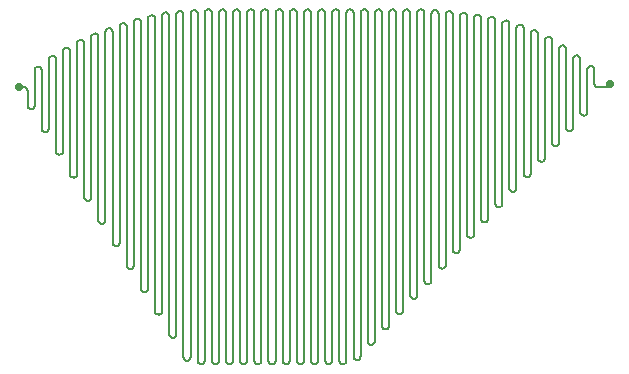
<source format=gbr>
G04 #@! TF.GenerationSoftware,KiCad,Pcbnew,(5.1.5)-3*
G04 #@! TF.CreationDate,2021-10-24T21:58:38+02:00*
G04 #@! TF.ProjectId,seg2,73656732-2e6b-4696-9361-645f70636258,1*
G04 #@! TF.SameCoordinates,Original*
G04 #@! TF.FileFunction,Copper,L1,Top*
G04 #@! TF.FilePolarity,Positive*
%FSLAX46Y46*%
G04 Gerber Fmt 4.6, Leading zero omitted, Abs format (unit mm)*
G04 Created by KiCad (PCBNEW (5.1.5)-3) date 2021-10-24 21:58:38*
%MOMM*%
%LPD*%
G04 APERTURE LIST*
%ADD10C,0.700000*%
%ADD11C,0.152400*%
G04 APERTURE END LIST*
D10*
X166610047Y-78062990D03*
X116546222Y-78318961D03*
D11*
X166601561Y-78071476D02*
X166610047Y-78062990D01*
X166354076Y-78318961D02*
X166601561Y-78071476D01*
X165556239Y-78318961D02*
X166354076Y-78318961D01*
X165489482Y-78311440D02*
X165556239Y-78318961D01*
X165426073Y-78289252D02*
X165489482Y-78311440D01*
X165369192Y-78253511D02*
X165426073Y-78289252D01*
X165321689Y-78206008D02*
X165369192Y-78253511D01*
X165285948Y-78149127D02*
X165321689Y-78206008D01*
X165263760Y-78085718D02*
X165285948Y-78149127D01*
X165256239Y-78018961D02*
X165263760Y-78085718D01*
X165256239Y-76818961D02*
X165256239Y-78018961D01*
X165248717Y-76752205D02*
X165256239Y-76818961D01*
X165226529Y-76688796D02*
X165248717Y-76752205D01*
X165190788Y-76631915D02*
X165226529Y-76688796D01*
X165143285Y-76584412D02*
X165190788Y-76631915D01*
X165086404Y-76548671D02*
X165143285Y-76584412D01*
X165022995Y-76526483D02*
X165086404Y-76548671D01*
X164956239Y-76518961D02*
X165022995Y-76526483D01*
X164889482Y-76526483D02*
X164956239Y-76518961D01*
X164826073Y-76548671D02*
X164889482Y-76526483D01*
X164769192Y-76584412D02*
X164826073Y-76548671D01*
X164721689Y-76631915D02*
X164769192Y-76584412D01*
X164685948Y-76688796D02*
X164721689Y-76631915D01*
X164663760Y-76752205D02*
X164685948Y-76688796D01*
X164656239Y-76818961D02*
X164663760Y-76752205D01*
X164656239Y-80418961D02*
X164656239Y-76818961D01*
X164648717Y-80485717D02*
X164656239Y-80418961D01*
X164626529Y-80549126D02*
X164648717Y-80485717D01*
X164590788Y-80606007D02*
X164626529Y-80549126D01*
X164543285Y-80653510D02*
X164590788Y-80606007D01*
X164486404Y-80689251D02*
X164543285Y-80653510D01*
X164422995Y-80711439D02*
X164486404Y-80689251D01*
X164356239Y-80718961D02*
X164422995Y-80711439D01*
X164289482Y-80711439D02*
X164356239Y-80718961D01*
X164226073Y-80689251D02*
X164289482Y-80711439D01*
X164169192Y-80653510D02*
X164226073Y-80689251D01*
X164121689Y-80606007D02*
X164169192Y-80653510D01*
X164085948Y-80549126D02*
X164121689Y-80606007D01*
X164063760Y-80485717D02*
X164085948Y-80549126D01*
X164056239Y-80418961D02*
X164063760Y-80485717D01*
X164056239Y-75918961D02*
X164056239Y-80418961D01*
X164048717Y-75852205D02*
X164056239Y-75918961D01*
X164026529Y-75788796D02*
X164048717Y-75852205D01*
X163990788Y-75731915D02*
X164026529Y-75788796D01*
X163943285Y-75684412D02*
X163990788Y-75731915D01*
X163886404Y-75648671D02*
X163943285Y-75684412D01*
X163822995Y-75626483D02*
X163886404Y-75648671D01*
X163756239Y-75618961D02*
X163822995Y-75626483D01*
X163689482Y-75626483D02*
X163756239Y-75618961D01*
X163626073Y-75648671D02*
X163689482Y-75626483D01*
X163569192Y-75684412D02*
X163626073Y-75648671D01*
X163521689Y-75731915D02*
X163569192Y-75684412D01*
X163485948Y-75788796D02*
X163521689Y-75731915D01*
X163463760Y-75852205D02*
X163485948Y-75788796D01*
X163456239Y-75918961D02*
X163463760Y-75852205D01*
X163456239Y-81718961D02*
X163456239Y-75918961D01*
X163448717Y-81785717D02*
X163456239Y-81718961D01*
X163426529Y-81849126D02*
X163448717Y-81785717D01*
X163390788Y-81906007D02*
X163426529Y-81849126D01*
X163343285Y-81953510D02*
X163390788Y-81906007D01*
X163286404Y-81989251D02*
X163343285Y-81953510D01*
X163222995Y-82011439D02*
X163286404Y-81989251D01*
X163156239Y-82018961D02*
X163222995Y-82011439D01*
X163089482Y-82011439D02*
X163156239Y-82018961D01*
X163026073Y-81989251D02*
X163089482Y-82011439D01*
X162969192Y-81953510D02*
X163026073Y-81989251D01*
X162921689Y-81906007D02*
X162969192Y-81953510D01*
X162885948Y-81849126D02*
X162921689Y-81906007D01*
X162863760Y-81785717D02*
X162885948Y-81849126D01*
X162856239Y-81718961D02*
X162863760Y-81785717D01*
X162856239Y-75068961D02*
X162856239Y-81718961D01*
X162848717Y-75002205D02*
X162856239Y-75068961D01*
X162826529Y-74938796D02*
X162848717Y-75002205D01*
X162790788Y-74881915D02*
X162826529Y-74938796D01*
X162743285Y-74834412D02*
X162790788Y-74881915D01*
X162686404Y-74798671D02*
X162743285Y-74834412D01*
X162622995Y-74776483D02*
X162686404Y-74798671D01*
X162556239Y-74768961D02*
X162622995Y-74776483D01*
X162489482Y-74776483D02*
X162556239Y-74768961D01*
X162426073Y-74798671D02*
X162489482Y-74776483D01*
X162369192Y-74834412D02*
X162426073Y-74798671D01*
X162321689Y-74881915D02*
X162369192Y-74834412D01*
X162285948Y-74938796D02*
X162321689Y-74881915D01*
X162263760Y-75002205D02*
X162285948Y-74938796D01*
X162256239Y-75068961D02*
X162263760Y-75002205D01*
X162256239Y-83018961D02*
X162256239Y-75068961D01*
X162248717Y-83085717D02*
X162256239Y-83018961D01*
X162226529Y-83149126D02*
X162248717Y-83085717D01*
X162190788Y-83206007D02*
X162226529Y-83149126D01*
X162143285Y-83253510D02*
X162190788Y-83206007D01*
X162086404Y-83289251D02*
X162143285Y-83253510D01*
X162022995Y-83311439D02*
X162086404Y-83289251D01*
X161956239Y-83318961D02*
X162022995Y-83311439D01*
X161889482Y-83311439D02*
X161956239Y-83318961D01*
X161826073Y-83289251D02*
X161889482Y-83311439D01*
X161769192Y-83253510D02*
X161826073Y-83289251D01*
X161721689Y-83206007D02*
X161769192Y-83253510D01*
X161685948Y-83149126D02*
X161721689Y-83206007D01*
X161663760Y-83085717D02*
X161685948Y-83149126D01*
X161656239Y-83018961D02*
X161663760Y-83085717D01*
X161656239Y-74368961D02*
X161656239Y-83018961D01*
X161648717Y-74302205D02*
X161656239Y-74368961D01*
X161626529Y-74238796D02*
X161648717Y-74302205D01*
X161590788Y-74181915D02*
X161626529Y-74238796D01*
X161543285Y-74134412D02*
X161590788Y-74181915D01*
X161486404Y-74098671D02*
X161543285Y-74134412D01*
X161422995Y-74076483D02*
X161486404Y-74098671D01*
X161356239Y-74068961D02*
X161422995Y-74076483D01*
X161289482Y-74076483D02*
X161356239Y-74068961D01*
X161226073Y-74098671D02*
X161289482Y-74076483D01*
X161169192Y-74134412D02*
X161226073Y-74098671D01*
X161121689Y-74181915D02*
X161169192Y-74134412D01*
X161085948Y-74238796D02*
X161121689Y-74181915D01*
X161063760Y-74302205D02*
X161085948Y-74238796D01*
X161056239Y-74368961D02*
X161063760Y-74302205D01*
X161056239Y-84318961D02*
X161056239Y-74368961D01*
X161048717Y-84385717D02*
X161056239Y-84318961D01*
X161026529Y-84449126D02*
X161048717Y-84385717D01*
X160990788Y-84506007D02*
X161026529Y-84449126D01*
X160943285Y-84553510D02*
X160990788Y-84506007D01*
X160886404Y-84589251D02*
X160943285Y-84553510D01*
X160822995Y-84611439D02*
X160886404Y-84589251D01*
X160756239Y-84618961D02*
X160822995Y-84611439D01*
X160689482Y-84611439D02*
X160756239Y-84618961D01*
X160626073Y-84589251D02*
X160689482Y-84611439D01*
X160569192Y-84553510D02*
X160626073Y-84589251D01*
X160521689Y-84506007D02*
X160569192Y-84553510D01*
X160485948Y-84449126D02*
X160521689Y-84506007D01*
X160463760Y-84385717D02*
X160485948Y-84449126D01*
X160456239Y-84318961D02*
X160463760Y-84385717D01*
X160456239Y-73768961D02*
X160456239Y-84318961D01*
X160448717Y-73702205D02*
X160456239Y-73768961D01*
X160426529Y-73638796D02*
X160448717Y-73702205D01*
X160390788Y-73581915D02*
X160426529Y-73638796D01*
X160343285Y-73534412D02*
X160390788Y-73581915D01*
X160286404Y-73498671D02*
X160343285Y-73534412D01*
X160222995Y-73476483D02*
X160286404Y-73498671D01*
X160156239Y-73468961D02*
X160222995Y-73476483D01*
X160089482Y-73476483D02*
X160156239Y-73468961D01*
X160026073Y-73498671D02*
X160089482Y-73476483D01*
X159969192Y-73534412D02*
X160026073Y-73498671D01*
X159921689Y-73581915D02*
X159969192Y-73534412D01*
X159885948Y-73638796D02*
X159921689Y-73581915D01*
X159863760Y-73702205D02*
X159885948Y-73638796D01*
X159856239Y-73768961D02*
X159863760Y-73702205D01*
X159856239Y-85618961D02*
X159856239Y-73768961D01*
X159848717Y-85685717D02*
X159856239Y-85618961D01*
X159826529Y-85749126D02*
X159848717Y-85685717D01*
X159790788Y-85806007D02*
X159826529Y-85749126D01*
X159743285Y-85853510D02*
X159790788Y-85806007D01*
X159686404Y-85889251D02*
X159743285Y-85853510D01*
X159622995Y-85911439D02*
X159686404Y-85889251D01*
X159556239Y-85918961D02*
X159622995Y-85911439D01*
X159489482Y-85911439D02*
X159556239Y-85918961D01*
X159426073Y-85889251D02*
X159489482Y-85911439D01*
X159369192Y-85853510D02*
X159426073Y-85889251D01*
X159321689Y-85806007D02*
X159369192Y-85853510D01*
X159285948Y-85749126D02*
X159321689Y-85806007D01*
X159263760Y-85685717D02*
X159285948Y-85749126D01*
X159256239Y-85618961D02*
X159263760Y-85685717D01*
X159256239Y-73318961D02*
X159256239Y-85618961D01*
X159248717Y-73252205D02*
X159256239Y-73318961D01*
X159226529Y-73188796D02*
X159248717Y-73252205D01*
X159190788Y-73131915D02*
X159226529Y-73188796D01*
X159143285Y-73084412D02*
X159190788Y-73131915D01*
X159086404Y-73048671D02*
X159143285Y-73084412D01*
X159022995Y-73026483D02*
X159086404Y-73048671D01*
X158956239Y-73018961D02*
X159022995Y-73026483D01*
X158889482Y-73026483D02*
X158956239Y-73018961D01*
X158826073Y-73048671D02*
X158889482Y-73026483D01*
X158769192Y-73084412D02*
X158826073Y-73048671D01*
X158721689Y-73131915D02*
X158769192Y-73084412D01*
X158685948Y-73188796D02*
X158721689Y-73131915D01*
X158663760Y-73252205D02*
X158685948Y-73188796D01*
X158656239Y-73318961D02*
X158663760Y-73252205D01*
X158656239Y-86868961D02*
X158656239Y-73318961D01*
X158648717Y-86935717D02*
X158656239Y-86868961D01*
X158626529Y-86999126D02*
X158648717Y-86935717D01*
X158590788Y-87056007D02*
X158626529Y-86999126D01*
X158543285Y-87103510D02*
X158590788Y-87056007D01*
X158486404Y-87139251D02*
X158543285Y-87103510D01*
X158422995Y-87161439D02*
X158486404Y-87139251D01*
X158356239Y-87168961D02*
X158422995Y-87161439D01*
X158289482Y-87161439D02*
X158356239Y-87168961D01*
X158226073Y-87139251D02*
X158289482Y-87161439D01*
X158169192Y-87103510D02*
X158226073Y-87139251D01*
X158121689Y-87056007D02*
X158169192Y-87103510D01*
X158085948Y-86999126D02*
X158121689Y-87056007D01*
X158063760Y-86935717D02*
X158085948Y-86999126D01*
X158056239Y-86868961D02*
X158063760Y-86935717D01*
X158056239Y-72968961D02*
X158056239Y-86868961D01*
X158048717Y-72902205D02*
X158056239Y-72968961D01*
X158026529Y-72838796D02*
X158048717Y-72902205D01*
X157990788Y-72781915D02*
X158026529Y-72838796D01*
X157943285Y-72734412D02*
X157990788Y-72781915D01*
X157886404Y-72698671D02*
X157943285Y-72734412D01*
X157822995Y-72676483D02*
X157886404Y-72698671D01*
X157756239Y-72668961D02*
X157822995Y-72676483D01*
X157689482Y-72676483D02*
X157756239Y-72668961D01*
X157626073Y-72698671D02*
X157689482Y-72676483D01*
X157569192Y-72734412D02*
X157626073Y-72698671D01*
X157521689Y-72781915D02*
X157569192Y-72734412D01*
X157485948Y-72838796D02*
X157521689Y-72781915D01*
X157463760Y-72902205D02*
X157485948Y-72838796D01*
X157456239Y-72968961D02*
X157463760Y-72902205D01*
X157456239Y-88168961D02*
X157456239Y-72968961D01*
X157448717Y-88235717D02*
X157456239Y-88168961D01*
X157426529Y-88299126D02*
X157448717Y-88235717D01*
X157390788Y-88356007D02*
X157426529Y-88299126D01*
X157343285Y-88403510D02*
X157390788Y-88356007D01*
X157286404Y-88439251D02*
X157343285Y-88403510D01*
X157222995Y-88461439D02*
X157286404Y-88439251D01*
X157156239Y-88468961D02*
X157222995Y-88461439D01*
X157089482Y-88461439D02*
X157156239Y-88468961D01*
X157026073Y-88439251D02*
X157089482Y-88461439D01*
X156969192Y-88403510D02*
X157026073Y-88439251D01*
X156921689Y-88356007D02*
X156969192Y-88403510D01*
X156885948Y-88299126D02*
X156921689Y-88356007D01*
X156863760Y-88235717D02*
X156885948Y-88299126D01*
X156856239Y-88168961D02*
X156863760Y-88235717D01*
X156856239Y-72668961D02*
X156856239Y-88168961D01*
X156848717Y-72602205D02*
X156856239Y-72668961D01*
X156826529Y-72538796D02*
X156848717Y-72602205D01*
X156790788Y-72481915D02*
X156826529Y-72538796D01*
X156743285Y-72434412D02*
X156790788Y-72481915D01*
X156686404Y-72398671D02*
X156743285Y-72434412D01*
X156622995Y-72376483D02*
X156686404Y-72398671D01*
X156556239Y-72368961D02*
X156622995Y-72376483D01*
X156489482Y-72376483D02*
X156556239Y-72368961D01*
X156426073Y-72398671D02*
X156489482Y-72376483D01*
X156369192Y-72434412D02*
X156426073Y-72398671D01*
X156321689Y-72481915D02*
X156369192Y-72434412D01*
X156285948Y-72538796D02*
X156321689Y-72481915D01*
X156263760Y-72602205D02*
X156285948Y-72538796D01*
X156256239Y-72668961D02*
X156263760Y-72602205D01*
X156256239Y-89468961D02*
X156256239Y-72668961D01*
X156248717Y-89535717D02*
X156256239Y-89468961D01*
X156226529Y-89599126D02*
X156248717Y-89535717D01*
X156190788Y-89656007D02*
X156226529Y-89599126D01*
X156143285Y-89703510D02*
X156190788Y-89656007D01*
X156086404Y-89739251D02*
X156143285Y-89703510D01*
X156022995Y-89761439D02*
X156086404Y-89739251D01*
X155956239Y-89768961D02*
X156022995Y-89761439D01*
X155889482Y-89761439D02*
X155956239Y-89768961D01*
X155826073Y-89739251D02*
X155889482Y-89761439D01*
X155769192Y-89703510D02*
X155826073Y-89739251D01*
X155721689Y-89656007D02*
X155769192Y-89703510D01*
X155685948Y-89599126D02*
X155721689Y-89656007D01*
X155663760Y-89535717D02*
X155685948Y-89599126D01*
X155656239Y-89468961D02*
X155663760Y-89535717D01*
X155656239Y-72468961D02*
X155656239Y-89468961D01*
X155648717Y-72402205D02*
X155656239Y-72468961D01*
X155626529Y-72338796D02*
X155648717Y-72402205D01*
X155590788Y-72281915D02*
X155626529Y-72338796D01*
X155543285Y-72234412D02*
X155590788Y-72281915D01*
X155486404Y-72198671D02*
X155543285Y-72234412D01*
X155422995Y-72176483D02*
X155486404Y-72198671D01*
X155356239Y-72168961D02*
X155422995Y-72176483D01*
X155289482Y-72176483D02*
X155356239Y-72168961D01*
X155226073Y-72198671D02*
X155289482Y-72176483D01*
X155169192Y-72234412D02*
X155226073Y-72198671D01*
X155121689Y-72281915D02*
X155169192Y-72234412D01*
X155085948Y-72338796D02*
X155121689Y-72281915D01*
X155063760Y-72402205D02*
X155085948Y-72338796D01*
X155056239Y-72468961D02*
X155063760Y-72402205D01*
X155056239Y-90768961D02*
X155056239Y-72468961D01*
X155048717Y-90835717D02*
X155056239Y-90768961D01*
X155026529Y-90899126D02*
X155048717Y-90835717D01*
X154990788Y-90956007D02*
X155026529Y-90899126D01*
X154943285Y-91003510D02*
X154990788Y-90956007D01*
X154886404Y-91039251D02*
X154943285Y-91003510D01*
X154822995Y-91061439D02*
X154886404Y-91039251D01*
X154756239Y-91068961D02*
X154822995Y-91061439D01*
X154689482Y-91061439D02*
X154756239Y-91068961D01*
X154626073Y-91039251D02*
X154689482Y-91061439D01*
X154569192Y-91003510D02*
X154626073Y-91039251D01*
X154521689Y-90956007D02*
X154569192Y-91003510D01*
X154485948Y-90899126D02*
X154521689Y-90956007D01*
X154463760Y-90835717D02*
X154485948Y-90899126D01*
X154456239Y-90768961D02*
X154463760Y-90835717D01*
X154456239Y-72318961D02*
X154456239Y-90768961D01*
X154448717Y-72252205D02*
X154456239Y-72318961D01*
X154426529Y-72188796D02*
X154448717Y-72252205D01*
X154390788Y-72131915D02*
X154426529Y-72188796D01*
X154343285Y-72084412D02*
X154390788Y-72131915D01*
X154286404Y-72048671D02*
X154343285Y-72084412D01*
X154222995Y-72026483D02*
X154286404Y-72048671D01*
X154156239Y-72018961D02*
X154222995Y-72026483D01*
X154089482Y-72026483D02*
X154156239Y-72018961D01*
X154026073Y-72048671D02*
X154089482Y-72026483D01*
X153969192Y-72084412D02*
X154026073Y-72048671D01*
X153921689Y-72131915D02*
X153969192Y-72084412D01*
X153885948Y-72188796D02*
X153921689Y-72131915D01*
X153863760Y-72252205D02*
X153885948Y-72188796D01*
X153856239Y-72318961D02*
X153863760Y-72252205D01*
X153856239Y-92068961D02*
X153856239Y-72318961D01*
X153848717Y-92135717D02*
X153856239Y-92068961D01*
X153826529Y-92199126D02*
X153848717Y-92135717D01*
X153790788Y-92256007D02*
X153826529Y-92199126D01*
X153743285Y-92303510D02*
X153790788Y-92256007D01*
X153686404Y-92339251D02*
X153743285Y-92303510D01*
X153622995Y-92361439D02*
X153686404Y-92339251D01*
X153556239Y-92368961D02*
X153622995Y-92361439D01*
X153489482Y-92361439D02*
X153556239Y-92368961D01*
X153426073Y-92339251D02*
X153489482Y-92361439D01*
X153369192Y-92303510D02*
X153426073Y-92339251D01*
X153321689Y-92256007D02*
X153369192Y-92303510D01*
X153285948Y-92199126D02*
X153321689Y-92256007D01*
X153263760Y-92135717D02*
X153285948Y-92199126D01*
X153256239Y-92068961D02*
X153263760Y-92135717D01*
X153256239Y-72168961D02*
X153256239Y-92068961D01*
X153248717Y-72102205D02*
X153256239Y-72168961D01*
X153226529Y-72038796D02*
X153248717Y-72102205D01*
X153190788Y-71981915D02*
X153226529Y-72038796D01*
X153143285Y-71934412D02*
X153190788Y-71981915D01*
X153086404Y-71898671D02*
X153143285Y-71934412D01*
X153022995Y-71876483D02*
X153086404Y-71898671D01*
X152956239Y-71868961D02*
X153022995Y-71876483D01*
X152889482Y-71876483D02*
X152956239Y-71868961D01*
X152826073Y-71898671D02*
X152889482Y-71876483D01*
X152769192Y-71934412D02*
X152826073Y-71898671D01*
X152721689Y-71981915D02*
X152769192Y-71934412D01*
X152685948Y-72038796D02*
X152721689Y-71981915D01*
X152663760Y-72102205D02*
X152685948Y-72038796D01*
X152656239Y-72168961D02*
X152663760Y-72102205D01*
X152656239Y-93368961D02*
X152656239Y-72168961D01*
X152648717Y-93435717D02*
X152656239Y-93368961D01*
X152626529Y-93499126D02*
X152648717Y-93435717D01*
X152590788Y-93556007D02*
X152626529Y-93499126D01*
X152543285Y-93603510D02*
X152590788Y-93556007D01*
X152486404Y-93639251D02*
X152543285Y-93603510D01*
X152422995Y-93661439D02*
X152486404Y-93639251D01*
X152356239Y-93668961D02*
X152422995Y-93661439D01*
X152289482Y-93661439D02*
X152356239Y-93668961D01*
X152226073Y-93639251D02*
X152289482Y-93661439D01*
X152169192Y-93603510D02*
X152226073Y-93639251D01*
X152121689Y-93556007D02*
X152169192Y-93603510D01*
X152085948Y-93499126D02*
X152121689Y-93556007D01*
X152063760Y-93435717D02*
X152085948Y-93499126D01*
X152056239Y-93368961D02*
X152063760Y-93435717D01*
X152056239Y-72068961D02*
X152056239Y-93368961D01*
X152048717Y-72002205D02*
X152056239Y-72068961D01*
X152026529Y-71938796D02*
X152048717Y-72002205D01*
X151990788Y-71881915D02*
X152026529Y-71938796D01*
X151943285Y-71834412D02*
X151990788Y-71881915D01*
X151886404Y-71798671D02*
X151943285Y-71834412D01*
X151822995Y-71776483D02*
X151886404Y-71798671D01*
X151756239Y-71768961D02*
X151822995Y-71776483D01*
X151689482Y-71776483D02*
X151756239Y-71768961D01*
X151626073Y-71798671D02*
X151689482Y-71776483D01*
X151569192Y-71834412D02*
X151626073Y-71798671D01*
X151521689Y-71881915D02*
X151569192Y-71834412D01*
X151485948Y-71938796D02*
X151521689Y-71881915D01*
X151463760Y-72002205D02*
X151485948Y-71938796D01*
X151456239Y-72068961D02*
X151463760Y-72002205D01*
X151456239Y-94668961D02*
X151456239Y-72068961D01*
X151448717Y-94735717D02*
X151456239Y-94668961D01*
X151426529Y-94799126D02*
X151448717Y-94735717D01*
X151390788Y-94856007D02*
X151426529Y-94799126D01*
X151343285Y-94903510D02*
X151390788Y-94856007D01*
X151286404Y-94939251D02*
X151343285Y-94903510D01*
X151222995Y-94961439D02*
X151286404Y-94939251D01*
X151156239Y-94968961D02*
X151222995Y-94961439D01*
X151089482Y-94961439D02*
X151156239Y-94968961D01*
X151026073Y-94939251D02*
X151089482Y-94961439D01*
X150969192Y-94903510D02*
X151026073Y-94939251D01*
X150921689Y-94856007D02*
X150969192Y-94903510D01*
X150885948Y-94799126D02*
X150921689Y-94856007D01*
X150863760Y-94735717D02*
X150885948Y-94799126D01*
X150856239Y-94668961D02*
X150863760Y-94735717D01*
X150856239Y-72018961D02*
X150856239Y-94668961D01*
X150848717Y-71952205D02*
X150856239Y-72018961D01*
X150826529Y-71888796D02*
X150848717Y-71952205D01*
X150790788Y-71831915D02*
X150826529Y-71888796D01*
X150743285Y-71784412D02*
X150790788Y-71831915D01*
X150686404Y-71748671D02*
X150743285Y-71784412D01*
X150622995Y-71726483D02*
X150686404Y-71748671D01*
X150556239Y-71718961D02*
X150622995Y-71726483D01*
X150489482Y-71726483D02*
X150556239Y-71718961D01*
X150426073Y-71748671D02*
X150489482Y-71726483D01*
X150369192Y-71784412D02*
X150426073Y-71748671D01*
X150321689Y-71831915D02*
X150369192Y-71784412D01*
X150285948Y-71888796D02*
X150321689Y-71831915D01*
X150263760Y-71952205D02*
X150285948Y-71888796D01*
X150256239Y-72018961D02*
X150263760Y-71952205D01*
X150256239Y-95918961D02*
X150256239Y-72018961D01*
X150248717Y-95985717D02*
X150256239Y-95918961D01*
X150226529Y-96049126D02*
X150248717Y-95985717D01*
X150190788Y-96106007D02*
X150226529Y-96049126D01*
X150143285Y-96153510D02*
X150190788Y-96106007D01*
X150086404Y-96189251D02*
X150143285Y-96153510D01*
X150022995Y-96211439D02*
X150086404Y-96189251D01*
X149956239Y-96218961D02*
X150022995Y-96211439D01*
X149889482Y-96211439D02*
X149956239Y-96218961D01*
X149826073Y-96189251D02*
X149889482Y-96211439D01*
X149769192Y-96153510D02*
X149826073Y-96189251D01*
X133286404Y-101739251D02*
X133343285Y-101703510D01*
X133156239Y-101768961D02*
X133222995Y-101761439D01*
X133089482Y-101761439D02*
X133156239Y-101768961D01*
X133026073Y-101739251D02*
X133089482Y-101761439D01*
X132969192Y-101703510D02*
X133026073Y-101739251D01*
X132921689Y-101656007D02*
X132969192Y-101703510D01*
X132863760Y-101535717D02*
X132885948Y-101599126D01*
X132856239Y-72018961D02*
X132856239Y-101468961D01*
X132826529Y-71888796D02*
X132848717Y-71952205D01*
X132790788Y-71831915D02*
X132826529Y-71888796D01*
X132686404Y-71748671D02*
X132743285Y-71784412D01*
X132622995Y-71726483D02*
X132686404Y-71748671D01*
X132489482Y-71726483D02*
X132556239Y-71718961D01*
X120369192Y-75034412D02*
X120426073Y-74998671D01*
X132426073Y-71748671D02*
X132489482Y-71726483D01*
X132369192Y-71784412D02*
X132426073Y-71748671D01*
X132285948Y-71888796D02*
X132321689Y-71831915D01*
X132263760Y-71952205D02*
X132285948Y-71888796D01*
X132248717Y-101535717D02*
X132256239Y-101468961D01*
X132190788Y-101656007D02*
X132226529Y-101599126D01*
X132086404Y-101739251D02*
X132143285Y-101703510D01*
X132022995Y-101761439D02*
X132086404Y-101739251D01*
X131956239Y-101768961D02*
X132022995Y-101761439D01*
X131889482Y-101761439D02*
X131956239Y-101768961D01*
X131826073Y-101739251D02*
X131889482Y-101761439D01*
X131769192Y-101703510D02*
X131826073Y-101739251D01*
X131721689Y-101656007D02*
X131769192Y-101703510D01*
X120321689Y-75081915D02*
X120369192Y-75034412D01*
X131685948Y-101599126D02*
X131721689Y-101656007D01*
X131663760Y-101535717D02*
X131685948Y-101599126D01*
X131656239Y-101468961D02*
X131663760Y-101535717D01*
X131590788Y-71881915D02*
X131626529Y-71938796D01*
X131422995Y-71776483D02*
X131486404Y-71798671D01*
X131356239Y-71768961D02*
X131422995Y-71776483D01*
X131289482Y-71776483D02*
X131356239Y-71768961D01*
X131121689Y-71881915D02*
X131169192Y-71834412D01*
X131085948Y-71938796D02*
X131121689Y-71881915D01*
X131063760Y-72002205D02*
X131085948Y-71938796D01*
X131056239Y-101168961D02*
X131056239Y-72068961D01*
X131048717Y-101235717D02*
X131056239Y-101168961D01*
X130990788Y-101356007D02*
X131026529Y-101299126D01*
X130943285Y-101403510D02*
X130990788Y-101356007D01*
X130886404Y-101439251D02*
X130943285Y-101403510D01*
X130689482Y-101461439D02*
X130756239Y-101468961D01*
X130626073Y-101439251D02*
X130689482Y-101461439D01*
X130569192Y-101403510D02*
X130626073Y-101439251D01*
X130485948Y-101299126D02*
X130521689Y-101356007D01*
X130463760Y-101235717D02*
X130485948Y-101299126D01*
X130448717Y-72102205D02*
X130456239Y-72168961D01*
X130426529Y-72038796D02*
X130448717Y-72102205D01*
X130390788Y-71981915D02*
X130426529Y-72038796D01*
X130343285Y-71934412D02*
X130390788Y-71981915D01*
X130222995Y-71876483D02*
X130286404Y-71898671D01*
X130156239Y-71868961D02*
X130222995Y-71876483D01*
X130089482Y-71876483D02*
X130156239Y-71868961D01*
X130026073Y-71898671D02*
X130089482Y-71876483D01*
X129921689Y-71981915D02*
X129969192Y-71934412D01*
X129885948Y-72038796D02*
X129921689Y-71981915D01*
X129856239Y-72168961D02*
X129863760Y-72102205D01*
X129848717Y-99285717D02*
X129856239Y-99218961D01*
X129826529Y-99349126D02*
X129848717Y-99285717D01*
X129743285Y-99453510D02*
X129790788Y-99406007D01*
X129686404Y-99489251D02*
X129743285Y-99453510D01*
X129622995Y-99511439D02*
X129686404Y-99489251D01*
X129489482Y-99511439D02*
X129556239Y-99518961D01*
X129321689Y-99406007D02*
X129369192Y-99453510D01*
X129285948Y-99349126D02*
X129321689Y-99406007D01*
X129263760Y-99285717D02*
X129285948Y-99349126D01*
X129248717Y-72202205D02*
X129256239Y-72268961D01*
X129190788Y-72081915D02*
X129226529Y-72138796D01*
X129143285Y-72034412D02*
X129190788Y-72081915D01*
X129022995Y-71976483D02*
X129086404Y-71998671D01*
X128826073Y-71998671D02*
X128889482Y-71976483D01*
X128721689Y-72081915D02*
X128769192Y-72034412D01*
X128663760Y-72202205D02*
X128685948Y-72138796D01*
X128656239Y-72268961D02*
X128663760Y-72202205D01*
X128656239Y-97268961D02*
X128656239Y-72268961D01*
X128648717Y-97335717D02*
X128656239Y-97268961D01*
X128626529Y-97399126D02*
X128648717Y-97335717D01*
X128543285Y-97503510D02*
X128590788Y-97456007D01*
X128486404Y-97539251D02*
X128543285Y-97503510D01*
X128422995Y-97561439D02*
X128486404Y-97539251D01*
X128356239Y-97568961D02*
X128422995Y-97561439D01*
X128289482Y-97561439D02*
X128356239Y-97568961D01*
X128226073Y-97539251D02*
X128289482Y-97561439D01*
X128169192Y-97503510D02*
X128226073Y-97539251D01*
X128121689Y-97456007D02*
X128169192Y-97503510D01*
X128085948Y-97399126D02*
X128121689Y-97456007D01*
X128063760Y-97335717D02*
X128085948Y-97399126D01*
X128056239Y-97268961D02*
X128063760Y-97335717D01*
X128056239Y-72518961D02*
X128056239Y-97268961D01*
X128048717Y-72452205D02*
X128056239Y-72518961D01*
X128026529Y-72388796D02*
X128048717Y-72452205D01*
X127990788Y-72331915D02*
X128026529Y-72388796D01*
X127943285Y-72284412D02*
X127990788Y-72331915D01*
X127886404Y-72248671D02*
X127943285Y-72284412D01*
X127822995Y-72226483D02*
X127886404Y-72248671D01*
X127756239Y-72218961D02*
X127822995Y-72226483D01*
X127689482Y-72226483D02*
X127756239Y-72218961D01*
X127626073Y-72248671D02*
X127689482Y-72226483D01*
X127569192Y-72284412D02*
X127626073Y-72248671D01*
X127521689Y-72331915D02*
X127569192Y-72284412D01*
X127485948Y-72388796D02*
X127521689Y-72331915D01*
X127463760Y-72452205D02*
X127485948Y-72388796D01*
X127456239Y-72518961D02*
X127463760Y-72452205D01*
X127456239Y-95368961D02*
X127456239Y-72518961D01*
X127448717Y-95435717D02*
X127456239Y-95368961D01*
X127426529Y-95499126D02*
X127448717Y-95435717D01*
X127286404Y-95639251D02*
X127343285Y-95603510D01*
X127222995Y-95661439D02*
X127286404Y-95639251D01*
X127156239Y-95668961D02*
X127222995Y-95661439D01*
X127026073Y-95639251D02*
X127089482Y-95661439D01*
X126969192Y-95603510D02*
X127026073Y-95639251D01*
X126921689Y-95556007D02*
X126969192Y-95603510D01*
X126885948Y-95499126D02*
X126921689Y-95556007D01*
X126863760Y-95435717D02*
X126885948Y-95499126D01*
X126856239Y-95368961D02*
X126863760Y-95435717D01*
X126856239Y-72818961D02*
X126856239Y-95368961D01*
X126848717Y-72752205D02*
X126856239Y-72818961D01*
X126826529Y-72688796D02*
X126848717Y-72752205D01*
X126790788Y-72631915D02*
X126826529Y-72688796D01*
X126686404Y-72548671D02*
X126743285Y-72584412D01*
X126622995Y-72526483D02*
X126686404Y-72548671D01*
X126556239Y-72518961D02*
X126622995Y-72526483D01*
X126489482Y-72526483D02*
X126556239Y-72518961D01*
X126426073Y-72548671D02*
X126489482Y-72526483D01*
X126369192Y-72584412D02*
X126426073Y-72548671D01*
X126321689Y-72631915D02*
X126369192Y-72584412D01*
X126285948Y-72688796D02*
X126321689Y-72631915D01*
X126263760Y-72752205D02*
X126285948Y-72688796D01*
X126256239Y-72818961D02*
X126263760Y-72752205D01*
X126256239Y-93418961D02*
X126256239Y-72818961D01*
X126248717Y-93485717D02*
X126256239Y-93418961D01*
X126226529Y-93549126D02*
X126248717Y-93485717D01*
X126190788Y-93606007D02*
X126226529Y-93549126D01*
X126143285Y-93653510D02*
X126190788Y-93606007D01*
X126086404Y-93689251D02*
X126143285Y-93653510D01*
X126022995Y-93711439D02*
X126086404Y-93689251D01*
X125956239Y-93718961D02*
X126022995Y-93711439D01*
X125889482Y-93711439D02*
X125956239Y-93718961D01*
X125826073Y-93689251D02*
X125889482Y-93711439D01*
X125769192Y-93653510D02*
X125826073Y-93689251D01*
X125721689Y-93606007D02*
X125769192Y-93653510D01*
X125685948Y-93549126D02*
X125721689Y-93606007D01*
X125656239Y-93418961D02*
X125663760Y-93485717D01*
X125656239Y-73168961D02*
X125656239Y-93418961D01*
X125648717Y-73102205D02*
X125656239Y-73168961D01*
X125626529Y-73038796D02*
X125648717Y-73102205D01*
X125590788Y-72981915D02*
X125626529Y-73038796D01*
X125543285Y-72934412D02*
X125590788Y-72981915D01*
X125486404Y-72898671D02*
X125543285Y-72934412D01*
X125422995Y-72876483D02*
X125486404Y-72898671D01*
X125356239Y-72868961D02*
X125422995Y-72876483D01*
X125289482Y-72876483D02*
X125356239Y-72868961D01*
X125226073Y-72898671D02*
X125289482Y-72876483D01*
X125169192Y-72934412D02*
X125226073Y-72898671D01*
X125121689Y-72981915D02*
X125169192Y-72934412D01*
X125085948Y-73038796D02*
X125121689Y-72981915D01*
X125063760Y-73102205D02*
X125085948Y-73038796D01*
X125056239Y-73168961D02*
X125063760Y-73102205D01*
X125056239Y-91468961D02*
X125056239Y-73168961D01*
X125048717Y-91535717D02*
X125056239Y-91468961D01*
X125026529Y-91599126D02*
X125048717Y-91535717D01*
X124990788Y-91656007D02*
X125026529Y-91599126D01*
X124943285Y-91703510D02*
X124990788Y-91656007D01*
X120826529Y-75138796D02*
X120848717Y-75202205D01*
X130286404Y-71898671D02*
X130343285Y-71934412D01*
X120489482Y-74976483D02*
X120556239Y-74968961D01*
X132256239Y-101468961D02*
X132256239Y-72018961D01*
X147256239Y-72018961D02*
X147256239Y-98518961D01*
X128956239Y-71968961D02*
X129022995Y-71976483D01*
X143663760Y-101535717D02*
X143685948Y-101599126D01*
X120969192Y-85903510D02*
X121026073Y-85939251D01*
X131226073Y-71798671D02*
X131289482Y-71776483D01*
X147263760Y-98585717D02*
X147285948Y-98649126D01*
X131026529Y-101299126D02*
X131048717Y-101235717D01*
X146721689Y-71831915D02*
X146769192Y-71784412D01*
X122056239Y-87618961D02*
X122063760Y-87685717D01*
X132143285Y-101703510D02*
X132190788Y-101656007D01*
X148485948Y-97349126D02*
X148521689Y-97406007D01*
X131056239Y-72068961D02*
X131063760Y-72002205D01*
X147190788Y-71831915D02*
X147226529Y-71888796D01*
X122889482Y-73776483D02*
X122956239Y-73768961D01*
X133222995Y-101761439D02*
X133286404Y-101739251D01*
X146085948Y-99949126D02*
X146121689Y-100006007D01*
X121485948Y-74488796D02*
X121521689Y-74431915D01*
X132556239Y-71718961D02*
X132622995Y-71726483D01*
X147256239Y-98518961D02*
X147263760Y-98585717D01*
X122289482Y-87911439D02*
X122356239Y-87918961D01*
X132885948Y-101599126D02*
X132921689Y-101656007D01*
X148456239Y-97218961D02*
X148463760Y-97285717D01*
X122663760Y-74002205D02*
X122685948Y-73938796D01*
X131169192Y-71834412D02*
X131226073Y-71798671D01*
X147969192Y-71784412D02*
X148026073Y-71748671D01*
X123086404Y-73798671D02*
X123143285Y-73834412D01*
X127343285Y-95603510D02*
X127390788Y-95556007D01*
X125663760Y-93485717D02*
X125685948Y-93549126D01*
X132226529Y-101599126D02*
X132248717Y-101535717D01*
X148463760Y-97285717D02*
X148485948Y-97349126D01*
X121448717Y-85735717D02*
X121456239Y-85668961D01*
X126743285Y-72584412D02*
X126790788Y-72631915D01*
X143543285Y-71784412D02*
X143590788Y-71831915D01*
X130456239Y-101168961D02*
X130463760Y-101235717D01*
X132256239Y-72018961D02*
X132263760Y-71952205D01*
X148156239Y-71718961D02*
X148222995Y-71726483D01*
X120686404Y-74998671D02*
X120743285Y-75034412D01*
X127089482Y-95661439D02*
X127156239Y-95668961D01*
X143486404Y-71748671D02*
X143543285Y-71784412D01*
X129969192Y-71934412D02*
X130026073Y-71898671D01*
X130456239Y-72168961D02*
X130456239Y-101168961D01*
X129863760Y-72102205D02*
X129885948Y-72038796D01*
X145569192Y-71784412D02*
X145626073Y-71748671D01*
X121943285Y-74384412D02*
X121990788Y-74431915D01*
X131486404Y-71798671D02*
X131543285Y-71834412D01*
X148026073Y-71748671D02*
X148089482Y-71726483D01*
X129369192Y-99453510D02*
X129426073Y-99489251D01*
X128685948Y-72138796D02*
X128721689Y-72081915D01*
X127390788Y-95556007D02*
X127426529Y-95499126D01*
X142485948Y-101599126D02*
X142521689Y-101656007D01*
X129790788Y-99406007D02*
X129826529Y-99349126D01*
X144022995Y-101761439D02*
X144086404Y-101739251D01*
X121156239Y-85968961D02*
X121222995Y-85961439D01*
X149626529Y-71888796D02*
X149648717Y-71952205D01*
X149169192Y-71784412D02*
X149226073Y-71748671D01*
X123256239Y-89568961D02*
X123263760Y-89635717D01*
X132856239Y-101468961D02*
X132863760Y-101535717D01*
X147086404Y-71748671D02*
X147143285Y-71784412D01*
X124343285Y-73384412D02*
X124390788Y-73431915D01*
X149543285Y-71784412D02*
X149590788Y-71831915D01*
X123226529Y-73938796D02*
X123248717Y-74002205D01*
X123489482Y-89861439D02*
X123556239Y-89868961D01*
X129086404Y-71998671D02*
X129143285Y-72034412D01*
X146422995Y-100111439D02*
X146486404Y-100089251D01*
X124886404Y-91739251D02*
X124943285Y-91703510D01*
X141921689Y-71831915D02*
X141969192Y-71784412D01*
X117369192Y-80103510D02*
X117426073Y-80139251D01*
X148448717Y-71952205D02*
X148456239Y-72018961D01*
X145026073Y-101389251D02*
X145089482Y-101411439D01*
X117143285Y-78384411D02*
X117190788Y-78431914D01*
X149486404Y-71748671D02*
X149543285Y-71784412D01*
X123969192Y-73384412D02*
X124026073Y-73348671D01*
X129856239Y-99218961D02*
X129856239Y-72168961D01*
X117826529Y-79999126D02*
X117848717Y-79935717D01*
X144885948Y-101249126D02*
X144921689Y-101306007D01*
X132743285Y-71784412D02*
X132790788Y-71831915D01*
X146648717Y-99885717D02*
X146656239Y-99818961D01*
X123743285Y-89803510D02*
X123790788Y-89756007D01*
X131543285Y-71834412D02*
X131590788Y-71881915D01*
X146826073Y-71748671D02*
X146889482Y-71726483D01*
X121463760Y-74552205D02*
X121485948Y-74488796D01*
X148689482Y-97511439D02*
X148756239Y-97518961D01*
X123248717Y-74002205D02*
X123256239Y-74068961D01*
X124456239Y-91468961D02*
X124463760Y-91535717D01*
X120622995Y-74976483D02*
X120686404Y-74998671D01*
X149648717Y-71952205D02*
X149656239Y-72018961D01*
X124485948Y-91599126D02*
X124521689Y-91656007D01*
X120743285Y-75034412D02*
X120790788Y-75081915D01*
X130756239Y-101468961D02*
X130822995Y-101461439D01*
X148286404Y-71748671D02*
X148343285Y-71784412D01*
X124156239Y-73318961D02*
X124222995Y-73326483D01*
X143656239Y-101468961D02*
X143663760Y-101535717D01*
X117263760Y-79935717D02*
X117285948Y-79999126D01*
X123556239Y-89868961D02*
X123622995Y-89861439D01*
X120556239Y-74968961D02*
X120622995Y-74976483D01*
X148822995Y-97511439D02*
X148886404Y-97489251D01*
X123369192Y-89803510D02*
X123426073Y-89839251D01*
X129556239Y-99518961D02*
X129622995Y-99511439D01*
X148456239Y-72018961D02*
X148456239Y-97218961D01*
X123263760Y-89635717D02*
X123285948Y-89699126D01*
X124626073Y-91739251D02*
X124689482Y-91761439D01*
X145943285Y-71784412D02*
X145990788Y-71831915D01*
X117622995Y-80161439D02*
X117686404Y-80139251D01*
X148222995Y-71726483D02*
X148286404Y-71748671D01*
X129256239Y-72268961D02*
X129256239Y-99218961D01*
X120426073Y-74998671D02*
X120489482Y-74976483D01*
X143956239Y-101768961D02*
X144022995Y-101761439D01*
X122226073Y-87889251D02*
X122289482Y-87911439D01*
X124222995Y-73326483D02*
X124286404Y-73348671D01*
X130521689Y-101356007D02*
X130569192Y-101403510D01*
X117190788Y-78431914D02*
X117226529Y-78488795D01*
X145426529Y-101249126D02*
X145448717Y-101185717D01*
X120790788Y-75081915D02*
X120826529Y-75138796D01*
X132321689Y-71831915D02*
X132369192Y-71784412D01*
X144426073Y-71748671D02*
X144489482Y-71726483D01*
X121456239Y-85668961D02*
X121456239Y-74618961D01*
X123848717Y-89635717D02*
X123856239Y-89568961D01*
X147143285Y-71784412D02*
X147190788Y-71831915D01*
X123826529Y-89699126D02*
X123848717Y-89635717D01*
X132848717Y-71952205D02*
X132856239Y-72018961D01*
X144969192Y-101353510D02*
X145026073Y-101389251D01*
X122121689Y-87806007D02*
X122169192Y-87853510D01*
X143626529Y-71888796D02*
X143648717Y-71952205D01*
X117856239Y-79868961D02*
X117856239Y-76868961D01*
X123856239Y-73618961D02*
X123863760Y-73552205D01*
X128590788Y-97456007D02*
X128626529Y-97399126D01*
X141143285Y-71784412D02*
X141190788Y-71831915D01*
X117885948Y-76738796D02*
X117921689Y-76681915D01*
X146685948Y-71888796D02*
X146721689Y-71831915D01*
X124463760Y-91535717D02*
X124485948Y-91599126D01*
X129426073Y-99489251D02*
X129489482Y-99511439D01*
X146048717Y-71952205D02*
X146056239Y-72018961D01*
X120856239Y-75268961D02*
X120856239Y-85668961D01*
X124822995Y-91761439D02*
X124886404Y-91739251D01*
X129256239Y-99218961D02*
X129263760Y-99285717D01*
X122956239Y-73768961D02*
X123022995Y-73776483D01*
X128769192Y-72034412D02*
X128826073Y-71998671D01*
X147321689Y-98706007D02*
X147369192Y-98753510D01*
X131648717Y-72002205D02*
X131656239Y-72068961D01*
X143590788Y-71831915D02*
X143626529Y-71888796D01*
X118026073Y-76598671D02*
X118089482Y-76576483D01*
X146626529Y-99949126D02*
X146648717Y-99885717D01*
X124569192Y-91703510D02*
X124626073Y-91739251D01*
X145456239Y-101118961D02*
X145456239Y-72018961D01*
X118286404Y-76598671D02*
X118343285Y-76634412D01*
X129226529Y-72138796D02*
X129248717Y-72202205D01*
X146226073Y-100089251D02*
X146289482Y-100111439D01*
X124426529Y-73488796D02*
X124448717Y-73552205D01*
X149656239Y-72018961D02*
X149656239Y-95918961D01*
X123426073Y-89839251D02*
X123489482Y-89861439D01*
X124089482Y-73326483D02*
X124156239Y-73318961D01*
X144190788Y-101656007D02*
X144226529Y-101599126D01*
X118426529Y-76738796D02*
X118448717Y-76802205D01*
X149663760Y-95985717D02*
X149685948Y-96049126D01*
X124390788Y-73431915D02*
X124426529Y-73488796D01*
X131656239Y-72068961D02*
X131656239Y-101468961D01*
X141790788Y-101656007D02*
X141826529Y-101599126D01*
X118448717Y-76802205D02*
X118456239Y-76868961D01*
X147743285Y-98753510D02*
X147790788Y-98706007D01*
X123686404Y-89839251D02*
X123743285Y-89803510D01*
X131626529Y-71938796D02*
X131648717Y-72002205D01*
X144826529Y-71888796D02*
X144848717Y-71952205D01*
X122826073Y-73798671D02*
X122889482Y-73776483D01*
X143769192Y-101703510D02*
X143826073Y-101739251D01*
X118626073Y-82089251D02*
X118689482Y-82111439D01*
X148990788Y-97406007D02*
X149026529Y-97349126D01*
X123285948Y-89699126D02*
X123321689Y-89756007D01*
X149422995Y-71726483D02*
X149486404Y-71748671D01*
X123143285Y-73834412D02*
X123190788Y-73881915D01*
X144263760Y-71952205D02*
X144285948Y-71888796D01*
X118463760Y-81885717D02*
X118485948Y-81949126D01*
X124286404Y-73348671D02*
X124343285Y-73384412D01*
X130822995Y-101461439D02*
X130886404Y-101439251D01*
X147285948Y-98649126D02*
X147321689Y-98706007D01*
X149026529Y-97349126D02*
X149048717Y-97285717D01*
X123885948Y-73488796D02*
X123921689Y-73431915D01*
X128889482Y-71976483D02*
X128956239Y-71968961D01*
X144143285Y-101703510D02*
X144190788Y-101656007D01*
X121286404Y-85939251D02*
X121343285Y-85903510D01*
X124448717Y-73552205D02*
X124456239Y-73618961D01*
X145521689Y-71831915D02*
X145569192Y-71784412D01*
X118689482Y-82111439D02*
X118756239Y-82118961D01*
X149048717Y-97285717D02*
X149056239Y-97218961D01*
X123190788Y-73881915D02*
X123226529Y-73938796D01*
X120848717Y-75202205D02*
X120856239Y-75268961D01*
X120856239Y-85668961D02*
X120863760Y-85735717D01*
X120863760Y-85735717D02*
X120885948Y-85799126D01*
X120885948Y-85799126D02*
X120921689Y-85856007D01*
X120921689Y-85856007D02*
X120969192Y-85903510D01*
X121026073Y-85939251D02*
X121089482Y-85961439D01*
X121089482Y-85961439D02*
X121156239Y-85968961D01*
X121222995Y-85961439D02*
X121286404Y-85939251D01*
X121343285Y-85903510D02*
X121390788Y-85856007D01*
X121390788Y-85856007D02*
X121426529Y-85799126D01*
X121426529Y-85799126D02*
X121448717Y-85735717D01*
X121456239Y-74618961D02*
X121463760Y-74552205D01*
X121521689Y-74431915D02*
X121569192Y-74384412D01*
X121569192Y-74384412D02*
X121626073Y-74348671D01*
X121626073Y-74348671D02*
X121689482Y-74326483D01*
X121689482Y-74326483D02*
X121756239Y-74318961D01*
X121756239Y-74318961D02*
X121822995Y-74326483D01*
X121822995Y-74326483D02*
X121886404Y-74348671D01*
X121886404Y-74348671D02*
X121943285Y-74384412D01*
X121990788Y-74431915D02*
X122026529Y-74488796D01*
X122026529Y-74488796D02*
X122048717Y-74552205D01*
X122048717Y-74552205D02*
X122056239Y-74618961D01*
X122056239Y-74618961D02*
X122056239Y-87618961D01*
X122063760Y-87685717D02*
X122085948Y-87749126D01*
X122085948Y-87749126D02*
X122121689Y-87806007D01*
X122169192Y-87853510D02*
X122226073Y-87889251D01*
X122356239Y-87918961D02*
X122422995Y-87911439D01*
X122422995Y-87911439D02*
X122486404Y-87889251D01*
X122486404Y-87889251D02*
X122543285Y-87853510D01*
X122543285Y-87853510D02*
X122590788Y-87806007D01*
X122590788Y-87806007D02*
X122626529Y-87749126D01*
X122626529Y-87749126D02*
X122648717Y-87685717D01*
X122648717Y-87685717D02*
X122656239Y-87618961D01*
X122656239Y-87618961D02*
X122656239Y-74068961D01*
X122656239Y-74068961D02*
X122663760Y-74002205D01*
X122685948Y-73938796D02*
X122721689Y-73881915D01*
X122721689Y-73881915D02*
X122769192Y-73834412D01*
X122769192Y-73834412D02*
X122826073Y-73798671D01*
X123022995Y-73776483D02*
X123086404Y-73798671D01*
X123256239Y-74068961D02*
X123256239Y-89568961D01*
X123321689Y-89756007D02*
X123369192Y-89803510D01*
X123622995Y-89861439D02*
X123686404Y-89839251D01*
X123790788Y-89756007D02*
X123826529Y-89699126D01*
X123856239Y-89568961D02*
X123856239Y-73618961D01*
X123863760Y-73552205D02*
X123885948Y-73488796D01*
X123921689Y-73431915D02*
X123969192Y-73384412D01*
X124026073Y-73348671D02*
X124089482Y-73326483D01*
X124456239Y-73618961D02*
X124456239Y-91468961D01*
X124521689Y-91656007D02*
X124569192Y-91703510D01*
X124689482Y-91761439D02*
X124756239Y-91768961D01*
X124756239Y-91768961D02*
X124822995Y-91761439D01*
X133343285Y-101703510D02*
X133390788Y-101656007D01*
X133390788Y-101656007D02*
X133426529Y-101599126D01*
X133426529Y-101599126D02*
X133448717Y-101535717D01*
X133448717Y-101535717D02*
X133456239Y-101468961D01*
X133456239Y-101468961D02*
X133456239Y-72018961D01*
X133456239Y-72018961D02*
X133463760Y-71952205D01*
X133463760Y-71952205D02*
X133485948Y-71888796D01*
X133485948Y-71888796D02*
X133521689Y-71831915D01*
X133521689Y-71831915D02*
X133569192Y-71784412D01*
X133569192Y-71784412D02*
X133626073Y-71748671D01*
X133626073Y-71748671D02*
X133689482Y-71726483D01*
X133689482Y-71726483D02*
X133756239Y-71718961D01*
X133756239Y-71718961D02*
X133822995Y-71726483D01*
X133822995Y-71726483D02*
X133886404Y-71748671D01*
X133886404Y-71748671D02*
X133943285Y-71784412D01*
X133943285Y-71784412D02*
X133990788Y-71831915D01*
X133990788Y-71831915D02*
X134026529Y-71888796D01*
X134026529Y-71888796D02*
X134048717Y-71952205D01*
X134048717Y-71952205D02*
X134056239Y-72018961D01*
X134056239Y-72018961D02*
X134056239Y-101468961D01*
X134056239Y-101468961D02*
X134063760Y-101535717D01*
X134063760Y-101535717D02*
X134085948Y-101599126D01*
X134085948Y-101599126D02*
X134121689Y-101656007D01*
X134121689Y-101656007D02*
X134169192Y-101703510D01*
X134169192Y-101703510D02*
X134226073Y-101739251D01*
X134226073Y-101739251D02*
X134289482Y-101761439D01*
X134289482Y-101761439D02*
X134356239Y-101768961D01*
X134356239Y-101768961D02*
X134422995Y-101761439D01*
X134422995Y-101761439D02*
X134486404Y-101739251D01*
X134486404Y-101739251D02*
X134543285Y-101703510D01*
X134543285Y-101703510D02*
X134590788Y-101656007D01*
X134590788Y-101656007D02*
X134626529Y-101599126D01*
X134626529Y-101599126D02*
X134648717Y-101535717D01*
X134648717Y-101535717D02*
X134656239Y-101468961D01*
X134656239Y-101468961D02*
X134656239Y-72018961D01*
X134656239Y-72018961D02*
X134663760Y-71952205D01*
X134663760Y-71952205D02*
X134685948Y-71888796D01*
X134685948Y-71888796D02*
X134721689Y-71831915D01*
X134721689Y-71831915D02*
X134769192Y-71784412D01*
X134769192Y-71784412D02*
X134826073Y-71748671D01*
X134826073Y-71748671D02*
X134889482Y-71726483D01*
X134889482Y-71726483D02*
X134956239Y-71718961D01*
X134956239Y-71718961D02*
X135022995Y-71726483D01*
X135022995Y-71726483D02*
X135086404Y-71748671D01*
X135086404Y-71748671D02*
X135143285Y-71784412D01*
X135143285Y-71784412D02*
X135190788Y-71831915D01*
X135190788Y-71831915D02*
X135226529Y-71888796D01*
X135226529Y-71888796D02*
X135248717Y-71952205D01*
X135248717Y-71952205D02*
X135256239Y-72018961D01*
X135256239Y-72018961D02*
X135256239Y-101468961D01*
X135256239Y-101468961D02*
X135263760Y-101535717D01*
X135263760Y-101535717D02*
X135285948Y-101599126D01*
X135285948Y-101599126D02*
X135321689Y-101656007D01*
X135321689Y-101656007D02*
X135369192Y-101703510D01*
X135369192Y-101703510D02*
X135426073Y-101739251D01*
X135426073Y-101739251D02*
X135489482Y-101761439D01*
X135489482Y-101761439D02*
X135556239Y-101768961D01*
X135556239Y-101768961D02*
X135622995Y-101761439D01*
X135622995Y-101761439D02*
X135686404Y-101739251D01*
X135686404Y-101739251D02*
X135743285Y-101703510D01*
X135743285Y-101703510D02*
X135790788Y-101656007D01*
X135790788Y-101656007D02*
X135826529Y-101599126D01*
X135826529Y-101599126D02*
X135848717Y-101535717D01*
X135848717Y-101535717D02*
X135856239Y-101468961D01*
X135856239Y-101468961D02*
X135856239Y-72018961D01*
X135856239Y-72018961D02*
X135863760Y-71952205D01*
X135863760Y-71952205D02*
X135885948Y-71888796D01*
X135885948Y-71888796D02*
X135921689Y-71831915D01*
X135921689Y-71831915D02*
X135969192Y-71784412D01*
X119121689Y-75781915D02*
X119169192Y-75734412D01*
X135969192Y-71784412D02*
X136026073Y-71748671D01*
X136026073Y-71748671D02*
X136089482Y-71726483D01*
X136089482Y-71726483D02*
X136156239Y-71718961D01*
X136156239Y-71718961D02*
X136222995Y-71726483D01*
X136222995Y-71726483D02*
X136286404Y-71748671D01*
X136286404Y-71748671D02*
X136343285Y-71784412D01*
X136343285Y-71784412D02*
X136390788Y-71831915D01*
X136390788Y-71831915D02*
X136426529Y-71888796D01*
X136426529Y-71888796D02*
X136448717Y-71952205D01*
X136448717Y-71952205D02*
X136456239Y-72018961D01*
X136456239Y-72018961D02*
X136456239Y-101468961D01*
X119356239Y-75668961D02*
X119422995Y-75676483D01*
X136456239Y-101468961D02*
X136463760Y-101535717D01*
X118822995Y-82111439D02*
X118886404Y-82089251D01*
X136463760Y-101535717D02*
X136485948Y-101599126D01*
X136485948Y-101599126D02*
X136521689Y-101656007D01*
X136521689Y-101656007D02*
X136569192Y-101703510D01*
X136569192Y-101703510D02*
X136626073Y-101739251D01*
X119422995Y-75676483D02*
X119486404Y-75698671D01*
X136626073Y-101739251D02*
X136689482Y-101761439D01*
X136689482Y-101761439D02*
X136756239Y-101768961D01*
X136756239Y-101768961D02*
X136822995Y-101761439D01*
X136822995Y-101761439D02*
X136886404Y-101739251D01*
X136886404Y-101739251D02*
X136943285Y-101703510D01*
X136943285Y-101703510D02*
X136990788Y-101656007D01*
X136990788Y-101656007D02*
X137026529Y-101599126D01*
X137026529Y-101599126D02*
X137048717Y-101535717D01*
X137048717Y-101535717D02*
X137056239Y-101468961D01*
X137056239Y-101468961D02*
X137056239Y-72018961D01*
X137056239Y-72018961D02*
X137063760Y-71952205D01*
X137063760Y-71952205D02*
X137085948Y-71888796D01*
X137085948Y-71888796D02*
X137121689Y-71831915D01*
X137121689Y-71831915D02*
X137169192Y-71784412D01*
X137169192Y-71784412D02*
X137226073Y-71748671D01*
X137226073Y-71748671D02*
X137289482Y-71726483D01*
X137289482Y-71726483D02*
X137356239Y-71718961D01*
X137356239Y-71718961D02*
X137422995Y-71726483D01*
X137422995Y-71726483D02*
X137486404Y-71748671D01*
X137486404Y-71748671D02*
X137543285Y-71784412D01*
X137543285Y-71784412D02*
X137590788Y-71831915D01*
X137590788Y-71831915D02*
X137626529Y-71888796D01*
X137626529Y-71888796D02*
X137648717Y-71952205D01*
X137648717Y-71952205D02*
X137656239Y-72018961D01*
X137656239Y-72018961D02*
X137656239Y-101468961D01*
X137656239Y-101468961D02*
X137663760Y-101535717D01*
X137663760Y-101535717D02*
X137685948Y-101599126D01*
X137685948Y-101599126D02*
X137721689Y-101656007D01*
X137721689Y-101656007D02*
X137769192Y-101703510D01*
X137769192Y-101703510D02*
X137826073Y-101739251D01*
X137826073Y-101739251D02*
X137889482Y-101761439D01*
X137889482Y-101761439D02*
X137956239Y-101768961D01*
X137956239Y-101768961D02*
X138022995Y-101761439D01*
X138022995Y-101761439D02*
X138086404Y-101739251D01*
X138086404Y-101739251D02*
X138143285Y-101703510D01*
X119486404Y-75698671D02*
X119543285Y-75734412D01*
X138143285Y-101703510D02*
X138190788Y-101656007D01*
X119543285Y-75734412D02*
X119590788Y-75781915D01*
X138190788Y-101656007D02*
X138226529Y-101599126D01*
X119590788Y-75781915D02*
X119626529Y-75838796D01*
X138226529Y-101599126D02*
X138248717Y-101535717D01*
X138248717Y-101535717D02*
X138256239Y-101468961D01*
X138256239Y-101468961D02*
X138256239Y-72018961D01*
X138256239Y-72018961D02*
X138263760Y-71952205D01*
X138263760Y-71952205D02*
X138285948Y-71888796D01*
X138285948Y-71888796D02*
X138321689Y-71831915D01*
X138321689Y-71831915D02*
X138369192Y-71784412D01*
X138369192Y-71784412D02*
X138426073Y-71748671D01*
X138426073Y-71748671D02*
X138489482Y-71726483D01*
X138489482Y-71726483D02*
X138556239Y-71718961D01*
X119085948Y-75838796D02*
X119121689Y-75781915D01*
X138556239Y-71718961D02*
X138622995Y-71726483D01*
X138622995Y-71726483D02*
X138686404Y-71748671D01*
X119226073Y-75698671D02*
X119289482Y-75676483D01*
X138686404Y-71748671D02*
X138743285Y-71784412D01*
X138743285Y-71784412D02*
X138790788Y-71831915D01*
X138790788Y-71831915D02*
X138826529Y-71888796D01*
X138826529Y-71888796D02*
X138848717Y-71952205D01*
X120256239Y-83718961D02*
X120256239Y-75268961D01*
X138848717Y-71952205D02*
X138856239Y-72018961D01*
X119169192Y-75734412D02*
X119226073Y-75698671D01*
X138856239Y-72018961D02*
X138856239Y-101468961D01*
X119026529Y-81949126D02*
X119048717Y-81885717D01*
X138856239Y-101468961D02*
X138863760Y-101535717D01*
X138863760Y-101535717D02*
X138885948Y-101599126D01*
X138885948Y-101599126D02*
X138921689Y-101656007D01*
X119656239Y-83718961D02*
X119663760Y-83785717D01*
X138921689Y-101656007D02*
X138969192Y-101703510D01*
X138969192Y-101703510D02*
X139026073Y-101739251D01*
X118943285Y-82053510D02*
X118990788Y-82006007D01*
X139026073Y-101739251D02*
X139089482Y-101761439D01*
X120263760Y-75202205D02*
X120285948Y-75138796D01*
X139089482Y-101761439D02*
X139156239Y-101768961D01*
X139156239Y-101768961D02*
X139222995Y-101761439D01*
X139222995Y-101761439D02*
X139286404Y-101739251D01*
X120256239Y-75268961D02*
X120263760Y-75202205D01*
X139286404Y-101739251D02*
X139343285Y-101703510D01*
X139343285Y-101703510D02*
X139390788Y-101656007D01*
X139390788Y-101656007D02*
X139426529Y-101599126D01*
X139426529Y-101599126D02*
X139448717Y-101535717D01*
X120143285Y-83953510D02*
X120190788Y-83906007D01*
X139448717Y-101535717D02*
X139456239Y-101468961D01*
X118886404Y-82089251D02*
X118943285Y-82053510D01*
X139456239Y-101468961D02*
X139456239Y-72018961D01*
X139456239Y-72018961D02*
X139463760Y-71952205D01*
X120285948Y-75138796D02*
X120321689Y-75081915D01*
X139463760Y-71952205D02*
X139485948Y-71888796D01*
X139485948Y-71888796D02*
X139521689Y-71831915D01*
X119063760Y-75902205D02*
X119085948Y-75838796D01*
X139521689Y-71831915D02*
X139569192Y-71784412D01*
X139569192Y-71784412D02*
X139626073Y-71748671D01*
X139626073Y-71748671D02*
X139689482Y-71726483D01*
X139689482Y-71726483D02*
X139756239Y-71718961D01*
X139756239Y-71718961D02*
X139822995Y-71726483D01*
X139822995Y-71726483D02*
X139886404Y-71748671D01*
X139886404Y-71748671D02*
X139943285Y-71784412D01*
X139943285Y-71784412D02*
X139990788Y-71831915D01*
X119056239Y-75968961D02*
X119063760Y-75902205D01*
X139990788Y-71831915D02*
X140026529Y-71888796D01*
X140026529Y-71888796D02*
X140048717Y-71952205D01*
X140048717Y-71952205D02*
X140056239Y-72018961D01*
X140056239Y-72018961D02*
X140056239Y-101468961D01*
X140056239Y-101468961D02*
X140063760Y-101535717D01*
X119289482Y-75676483D02*
X119356239Y-75668961D01*
X140063760Y-101535717D02*
X140085948Y-101599126D01*
X140085948Y-101599126D02*
X140121689Y-101656007D01*
X140121689Y-101656007D02*
X140169192Y-101703510D01*
X119826073Y-83989251D02*
X119889482Y-84011439D01*
X140169192Y-101703510D02*
X140226073Y-101739251D01*
X140226073Y-101739251D02*
X140289482Y-101761439D01*
X140289482Y-101761439D02*
X140356239Y-101768961D01*
X140356239Y-101768961D02*
X140422995Y-101761439D01*
X119048717Y-81885717D02*
X119056239Y-81818961D01*
X140422995Y-101761439D02*
X140486404Y-101739251D01*
X119648717Y-75902205D02*
X119656239Y-75968961D01*
X140486404Y-101739251D02*
X140543285Y-101703510D01*
X140543285Y-101703510D02*
X140590788Y-101656007D01*
X118756239Y-82118961D02*
X118822995Y-82111439D01*
X140590788Y-101656007D02*
X140626529Y-101599126D01*
X140626529Y-101599126D02*
X140648717Y-101535717D01*
X119056239Y-81818961D02*
X119056239Y-75968961D01*
X140648717Y-101535717D02*
X140656239Y-101468961D01*
X140656239Y-101468961D02*
X140656239Y-72018961D01*
X140656239Y-72018961D02*
X140663760Y-71952205D01*
X140663760Y-71952205D02*
X140685948Y-71888796D01*
X118990788Y-82006007D02*
X119026529Y-81949126D01*
X140685948Y-71888796D02*
X140721689Y-71831915D01*
X140721689Y-71831915D02*
X140769192Y-71784412D01*
X140769192Y-71784412D02*
X140826073Y-71748671D01*
X140826073Y-71748671D02*
X140889482Y-71726483D01*
X140889482Y-71726483D02*
X140956239Y-71718961D01*
X140956239Y-71718961D02*
X141022995Y-71726483D01*
X141022995Y-71726483D02*
X141086404Y-71748671D01*
X141086404Y-71748671D02*
X141143285Y-71784412D01*
X120226529Y-83849126D02*
X120248717Y-83785717D01*
X141190788Y-71831915D02*
X141226529Y-71888796D01*
X119685948Y-83849126D02*
X119721689Y-83906007D01*
X141226529Y-71888796D02*
X141248717Y-71952205D01*
X141248717Y-71952205D02*
X141256239Y-72018961D01*
X117256239Y-78618961D02*
X117256239Y-79868961D01*
X141256239Y-72018961D02*
X141256239Y-101468961D01*
X141256239Y-101468961D02*
X141263760Y-101535717D01*
X117256239Y-79868961D02*
X117263760Y-79935717D01*
X141263760Y-101535717D02*
X141285948Y-101599126D01*
X141285948Y-101599126D02*
X141321689Y-101656007D01*
X141321689Y-101656007D02*
X141369192Y-101703510D01*
X141369192Y-101703510D02*
X141426073Y-101739251D01*
X141426073Y-101739251D02*
X141489482Y-101761439D01*
X119626529Y-75838796D02*
X119648717Y-75902205D01*
X141489482Y-101761439D02*
X141556239Y-101768961D01*
X141556239Y-101768961D02*
X141622995Y-101761439D01*
X141622995Y-101761439D02*
X141686404Y-101739251D01*
X141686404Y-101739251D02*
X141743285Y-101703510D01*
X141743285Y-101703510D02*
X141790788Y-101656007D01*
X119769192Y-83953510D02*
X119826073Y-83989251D01*
X141826529Y-101599126D02*
X141848717Y-101535717D01*
X117226529Y-78488795D02*
X117248717Y-78552204D01*
X141848717Y-101535717D02*
X141856239Y-101468961D01*
X141856239Y-101468961D02*
X141856239Y-72018961D01*
X141856239Y-72018961D02*
X141863760Y-71952205D01*
X120086404Y-83989251D02*
X120143285Y-83953510D01*
X141863760Y-71952205D02*
X141885948Y-71888796D01*
X141885948Y-71888796D02*
X141921689Y-71831915D01*
X120190788Y-83906007D02*
X120226529Y-83849126D01*
X141969192Y-71784412D02*
X142026073Y-71748671D01*
X142026073Y-71748671D02*
X142089482Y-71726483D01*
X118089482Y-76576483D02*
X118156239Y-76568961D01*
X142089482Y-71726483D02*
X142156239Y-71718961D01*
X142156239Y-71718961D02*
X142222995Y-71726483D01*
X142222995Y-71726483D02*
X142286404Y-71748671D01*
X142286404Y-71748671D02*
X142343285Y-71784412D01*
X117969192Y-76634412D02*
X118026073Y-76598671D01*
X142343285Y-71784412D02*
X142390788Y-71831915D01*
X142390788Y-71831915D02*
X142426529Y-71888796D01*
X118456239Y-76868961D02*
X118456239Y-81818961D01*
X142426529Y-71888796D02*
X142448717Y-71952205D01*
X118521689Y-82006007D02*
X118569192Y-82053510D01*
X142448717Y-71952205D02*
X142456239Y-72018961D01*
X142456239Y-72018961D02*
X142456239Y-101468961D01*
X142456239Y-101468961D02*
X142463760Y-101535717D01*
X119889482Y-84011439D02*
X119956239Y-84018961D01*
X142463760Y-101535717D02*
X142485948Y-101599126D01*
X142521689Y-101656007D02*
X142569192Y-101703510D01*
X118485948Y-81949126D02*
X118521689Y-82006007D01*
X142569192Y-101703510D02*
X142626073Y-101739251D01*
X142626073Y-101739251D02*
X142689482Y-101761439D01*
X142689482Y-101761439D02*
X142756239Y-101768961D01*
X142756239Y-101768961D02*
X142822995Y-101761439D01*
X119656239Y-75968961D02*
X119656239Y-83718961D01*
X142822995Y-101761439D02*
X142886404Y-101739251D01*
X142886404Y-101739251D02*
X142943285Y-101703510D01*
X142943285Y-101703510D02*
X142990788Y-101656007D01*
X117686404Y-80139251D02*
X117743285Y-80103510D01*
X142990788Y-101656007D02*
X143026529Y-101599126D01*
X143026529Y-101599126D02*
X143048717Y-101535717D01*
X120022995Y-84011439D02*
X120086404Y-83989251D01*
X143048717Y-101535717D02*
X143056239Y-101468961D01*
X120248717Y-83785717D02*
X120256239Y-83718961D01*
X143056239Y-101468961D02*
X143056239Y-72018961D01*
X143056239Y-72018961D02*
X143063760Y-71952205D01*
X143063760Y-71952205D02*
X143085948Y-71888796D01*
X143085948Y-71888796D02*
X143121689Y-71831915D01*
X119663760Y-83785717D02*
X119685948Y-83849126D01*
X143121689Y-71831915D02*
X143169192Y-71784412D01*
X143169192Y-71784412D02*
X143226073Y-71748671D01*
X117556239Y-80168961D02*
X117622995Y-80161439D01*
X143226073Y-71748671D02*
X143289482Y-71726483D01*
X119721689Y-83906007D02*
X119769192Y-83953510D01*
X143289482Y-71726483D02*
X143356239Y-71718961D01*
X119956239Y-84018961D02*
X120022995Y-84011439D01*
X143356239Y-71718961D02*
X143422995Y-71726483D01*
X117856239Y-76868961D02*
X117863760Y-76802205D01*
X143422995Y-71726483D02*
X143486404Y-71748671D01*
X117248717Y-78552204D02*
X117256239Y-78618961D01*
X143648717Y-71952205D02*
X143656239Y-72018961D01*
X143656239Y-72018961D02*
X143656239Y-101468961D01*
X143685948Y-101599126D02*
X143721689Y-101656007D01*
X143721689Y-101656007D02*
X143769192Y-101703510D01*
X118222995Y-76576483D02*
X118286404Y-76598671D01*
X143826073Y-101739251D02*
X143889482Y-101761439D01*
X143889482Y-101761439D02*
X143956239Y-101768961D01*
X144086404Y-101739251D02*
X144143285Y-101703510D01*
X118456239Y-81818961D02*
X118463760Y-81885717D01*
X144226529Y-101599126D02*
X144248717Y-101535717D01*
X117863760Y-76802205D02*
X117885948Y-76738796D01*
X144248717Y-101535717D02*
X144256239Y-101468961D01*
X144256239Y-101468961D02*
X144256239Y-72018961D01*
X144256239Y-72018961D02*
X144263760Y-71952205D01*
X117848717Y-79935717D02*
X117856239Y-79868961D01*
X144285948Y-71888796D02*
X144321689Y-71831915D01*
X117086404Y-78348670D02*
X117143285Y-78384411D01*
X144321689Y-71831915D02*
X144369192Y-71784412D01*
X117285948Y-79999126D02*
X117321689Y-80056007D01*
X144369192Y-71784412D02*
X144426073Y-71748671D01*
X117921689Y-76681915D02*
X117969192Y-76634412D01*
X144489482Y-71726483D02*
X144556239Y-71718961D01*
X144556239Y-71718961D02*
X144622995Y-71726483D01*
X144622995Y-71726483D02*
X144686404Y-71748671D01*
X144686404Y-71748671D02*
X144743285Y-71784412D01*
X117790788Y-80056007D02*
X117826529Y-79999126D01*
X144743285Y-71784412D02*
X144790788Y-71831915D01*
X118390788Y-76681915D02*
X118426529Y-76738796D01*
X144790788Y-71831915D02*
X144826529Y-71888796D01*
X144848717Y-71952205D02*
X144856239Y-72018961D01*
X144856239Y-72018961D02*
X144856239Y-101118961D01*
X144856239Y-101118961D02*
X144863760Y-101185717D01*
X116956239Y-78318961D02*
X117022995Y-78326482D01*
X144863760Y-101185717D02*
X144885948Y-101249126D01*
X144921689Y-101306007D02*
X144969192Y-101353510D01*
X145089482Y-101411439D02*
X145156239Y-101418961D01*
X145156239Y-101418961D02*
X145222995Y-101411439D01*
X118569192Y-82053510D02*
X118626073Y-82089251D01*
X145222995Y-101411439D02*
X145286404Y-101389251D01*
X145286404Y-101389251D02*
X145343285Y-101353510D01*
X118156239Y-76568961D02*
X118222995Y-76576483D01*
X145343285Y-101353510D02*
X145390788Y-101306007D01*
X145390788Y-101306007D02*
X145426529Y-101249126D01*
X117489482Y-80161439D02*
X117556239Y-80168961D01*
X145448717Y-101185717D02*
X145456239Y-101118961D01*
X145456239Y-72018961D02*
X145463760Y-71952205D01*
X145463760Y-71952205D02*
X145485948Y-71888796D01*
X116546222Y-78318961D02*
X116956239Y-78318961D01*
X145485948Y-71888796D02*
X145521689Y-71831915D01*
X145626073Y-71748671D02*
X145689482Y-71726483D01*
X117022995Y-78326482D02*
X117086404Y-78348670D01*
X145689482Y-71726483D02*
X145756239Y-71718961D01*
X117321689Y-80056007D02*
X117369192Y-80103510D01*
X145756239Y-71718961D02*
X145822995Y-71726483D01*
X117426073Y-80139251D02*
X117489482Y-80161439D01*
X145822995Y-71726483D02*
X145886404Y-71748671D01*
X145886404Y-71748671D02*
X145943285Y-71784412D01*
X117743285Y-80103510D02*
X117790788Y-80056007D01*
X145990788Y-71831915D02*
X146026529Y-71888796D01*
X118343285Y-76634412D02*
X118390788Y-76681915D01*
X146026529Y-71888796D02*
X146048717Y-71952205D01*
X146056239Y-72018961D02*
X146056239Y-99818961D01*
X146056239Y-99818961D02*
X146063760Y-99885717D01*
X146063760Y-99885717D02*
X146085948Y-99949126D01*
X146121689Y-100006007D02*
X146169192Y-100053510D01*
X146169192Y-100053510D02*
X146226073Y-100089251D01*
X146289482Y-100111439D02*
X146356239Y-100118961D01*
X146356239Y-100118961D02*
X146422995Y-100111439D01*
X146486404Y-100089251D02*
X146543285Y-100053510D01*
X146543285Y-100053510D02*
X146590788Y-100006007D01*
X146590788Y-100006007D02*
X146626529Y-99949126D01*
X146656239Y-99818961D02*
X146656239Y-72018961D01*
X146656239Y-72018961D02*
X146663760Y-71952205D01*
X146663760Y-71952205D02*
X146685948Y-71888796D01*
X146769192Y-71784412D02*
X146826073Y-71748671D01*
X146889482Y-71726483D02*
X146956239Y-71718961D01*
X146956239Y-71718961D02*
X147022995Y-71726483D01*
X147022995Y-71726483D02*
X147086404Y-71748671D01*
X147226529Y-71888796D02*
X147248717Y-71952205D01*
X147248717Y-71952205D02*
X147256239Y-72018961D01*
X147369192Y-98753510D02*
X147426073Y-98789251D01*
X147426073Y-98789251D02*
X147489482Y-98811439D01*
X147489482Y-98811439D02*
X147556239Y-98818961D01*
X147556239Y-98818961D02*
X147622995Y-98811439D01*
X147622995Y-98811439D02*
X147686404Y-98789251D01*
X147686404Y-98789251D02*
X147743285Y-98753510D01*
X147790788Y-98706007D02*
X147826529Y-98649126D01*
X147826529Y-98649126D02*
X147848717Y-98585717D01*
X147848717Y-98585717D02*
X147856239Y-98518961D01*
X147856239Y-98518961D02*
X147856239Y-72018961D01*
X147856239Y-72018961D02*
X147863760Y-71952205D01*
X147863760Y-71952205D02*
X147885948Y-71888796D01*
X147885948Y-71888796D02*
X147921689Y-71831915D01*
X147921689Y-71831915D02*
X147969192Y-71784412D01*
X148089482Y-71726483D02*
X148156239Y-71718961D01*
X148343285Y-71784412D02*
X148390788Y-71831915D01*
X148390788Y-71831915D02*
X148426529Y-71888796D01*
X148426529Y-71888796D02*
X148448717Y-71952205D01*
X148521689Y-97406007D02*
X148569192Y-97453510D01*
X148569192Y-97453510D02*
X148626073Y-97489251D01*
X148626073Y-97489251D02*
X148689482Y-97511439D01*
X148756239Y-97518961D02*
X148822995Y-97511439D01*
X148886404Y-97489251D02*
X148943285Y-97453510D01*
X148943285Y-97453510D02*
X148990788Y-97406007D01*
X149056239Y-97218961D02*
X149056239Y-72018961D01*
X149056239Y-72018961D02*
X149063760Y-71952205D01*
X149063760Y-71952205D02*
X149085948Y-71888796D01*
X149085948Y-71888796D02*
X149121689Y-71831915D01*
X149121689Y-71831915D02*
X149169192Y-71784412D01*
X149226073Y-71748671D02*
X149289482Y-71726483D01*
X149289482Y-71726483D02*
X149356239Y-71718961D01*
X149356239Y-71718961D02*
X149422995Y-71726483D01*
X149590788Y-71831915D02*
X149626529Y-71888796D01*
X149656239Y-95918961D02*
X149663760Y-95985717D01*
X149685948Y-96049126D02*
X149721689Y-96106007D01*
X149721689Y-96106007D02*
X149769192Y-96153510D01*
M02*

</source>
